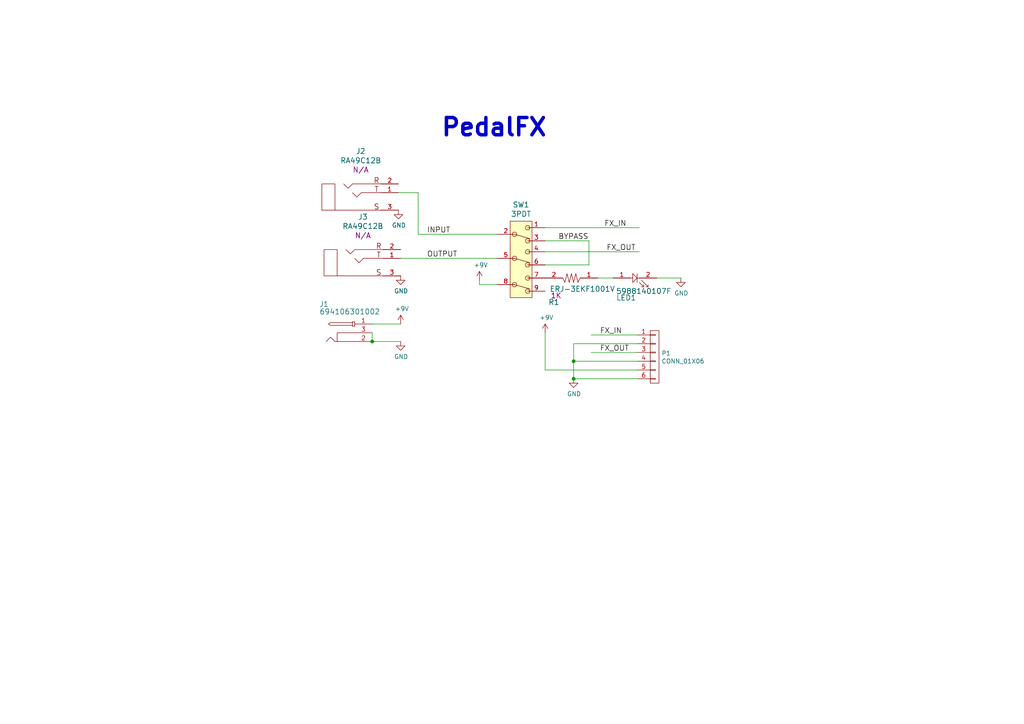
<source format=kicad_sch>
(kicad_sch (version 20230121) (generator eeschema)
  (paper "A4")
  (title_block (title "PedalFX") (date "2016-10-11") (rev "0.1a") (company "GhostPCB") (comment 1 "Designer: Adam Vadala-Roth") (comment 2 "Drawn By: Adam Vadala-Roth"))
  (lib_symbols
    (symbol "PedalFX-rescue:+9V" (power) (pin_names (offset 0))
      (property "Value" "+9V" (at 0 3.556 0))
      (symbol "+9V_0_1"
        (polyline (pts (xy -0.762 1.27) (xy 0 2.54)))
        (polyline (pts (xy 0 0) (xy 0 2.54)))
        (polyline (pts (xy 0 2.54) (xy 0.762 1.27)))
      )
      (symbol "+9V_1_1"
        (pin power_in line (at 0 0 90) (length 0) hide (name "+9V") (number "1"))
      )
    )
    (symbol "PedalFX-rescue:3PDT" (pin_names (offset 1.016))
      (property "Reference" "SW" (at -1.27 5.08 0))
      (property "Value" "3PDT" (at -0.635 -19.685 0))
      (symbol "3PDT_0_1"
        (rectangle (start -3.175 3.81) (end 3.175 -18.415) (fill (type background)))
        (circle (center -1.905 -14.605) (radius 0.635))
        (circle (center -1.905 -6.985) (radius 0.635))
        (circle (center -1.905 0) (radius 0.635))
        (polyline (pts (xy -1.905 -14.605) (xy 2.54 -15.875)))
        (polyline (pts (xy -1.905 -6.985) (xy 2.54 -8.255)))
        (polyline (pts (xy -1.905 0) (xy 2.54 -1.27)))
        (circle (center 1.905 -16.51) (radius 0.635))
        (circle (center 1.905 -12.7) (radius 0.635))
        (circle (center 1.905 -8.89) (radius 0.635))
        (circle (center 1.905 -5.08) (radius 0.635))
        (circle (center 1.905 -1.905) (radius 0.635))
        (circle (center 1.905 1.905) (radius 0.635))
      )
      (symbol "3PDT_1_1"
        (pin input line (at 6.985 1.905 180) (length 5.08) (name "~") (number "1"))
        (pin input line (at -6.985 0 0) (length 5.08) (name "~") (number "2"))
        (pin input line (at 6.985 -1.905 180) (length 5.08) (name "~") (number "3"))
        (pin input line (at 6.985 -5.08 180) (length 5.08) (name "~") (number "4"))
        (pin input line (at -6.985 -6.985 0) (length 5.08) (name "~") (number "5"))
        (pin input line (at 6.985 -8.89 180) (length 5.08) (name "~") (number "6"))
        (pin input line (at 6.985 -12.7 180) (length 5.08) (name "~") (number "7"))
        (pin input line (at -6.985 -14.605 0) (length 5.08) (name "~") (number "8"))
        (pin input line (at 6.985 -16.51 180) (length 5.08) (name "~") (number "9"))
      )
    )
    (symbol "PedalFX-rescue:5988140107F" (pin_names (offset 1.016))
      (property "Reference" "LED" (at -6.985 2.54 0))
      (property "Value" "5988140107F" (at 0 -3.81 0))
      (symbol "5988140107F_0_1"
        (polyline (pts (xy -0.635 0) (xy -1.27 0)))
        (polyline (pts (xy 0.635 1.27) (xy 0.635 -1.27)))
        (polyline (pts (xy 1.27 0) (xy 0.635 0)))
        (polyline (pts (xy 1.905 -0.635) (xy 3.81 -2.54)))
        (polyline (pts (xy 3.81 -2.54) (xy 3.175 -2.54)))
        (polyline (pts (xy 3.81 -2.54) (xy 3.81 -1.905)))
        (polyline (pts (xy -0.635 1.27) (xy -0.635 -1.27) (xy 0.635 0) (xy -0.635 1.27)))
        (polyline (pts (xy 1.27 -1.27) (xy 2.54 -2.54) (xy 2.54 -1.905) (xy 2.54 -2.54) (xy 1.905 -2.54)))
      )
      (symbol "5988140107F_1_1"
        (pin passive line (at -6.35 0 0) (length 5.08) (name "~") (number "1"))
        (pin input line (at 6.35 0 180) (length 5.08) (name "~") (number "2"))
      )
    )
    (symbol "PedalFX-rescue:694106301002" (pin_names (offset 1.016))
      (property "Reference" "J" (at -7.62 8.89 0))
      (property "Value" "694106301002" (at 5.08 8.89 0))
      (property "Component-Value" "N/A" (at 16.51 8.89 0))
      (symbol "694106301002_0_1"
        (polyline (pts (xy -0.635 1.905) (xy -0.635 3.175)))
        (polyline (pts (xy -0.635 2.159) (xy -7.112 2.159)))
        (polyline (pts (xy -0.635 2.921) (xy -7.112 2.921)))
        (polyline (pts (xy -0.635 3.175) (xy 0 3.175)))
        (polyline (pts (xy 0 1.905) (xy -0.635 1.905)))
        (polyline (pts (xy 0 2.54) (xy 0 1.905)))
        (polyline (pts (xy 0 2.54) (xy 0 3.175)))
        (polyline (pts (xy -7.112 2.921) (xy -7.62 2.54) (xy -7.112 2.159)))
        (polyline (pts (xy 0 0) (xy -5.08 0) (xy -5.08 -2.54)))
        (polyline (pts (xy 0 -2.54) (xy -5.715 -2.54) (xy -6.985 -1.27) (xy -8.255 -2.54)))
      )
      (symbol "694106301002_1_1"
        (pin input line (at 5.08 2.54 180) (length 5.08) (name "~") (number "1"))
        (pin input line (at 5.08 -2.54 180) (length 5.08) (name "~") (number "2"))
        (pin input line (at 5.08 0 180) (length 5.08) (name "~") (number "3"))
      )
    )
    (symbol "PedalFX-rescue:CONN_01X06" (pin_names (offset 1.016) hide)
      (property "Reference" "P" (at 0 8.89 0))
      (property "Value" "CONN_01X06" (at 2.54 0 90))
      (symbol "CONN_01X06_0_1"
        (rectangle (start -1.27 -6.223) (end 0.254 -6.477))
        (rectangle (start -1.27 -3.683) (end 0.254 -3.937))
        (rectangle (start -1.27 -1.143) (end 0.254 -1.397))
        (rectangle (start -1.27 1.397) (end 0.254 1.143))
        (rectangle (start -1.27 3.937) (end 0.254 3.683))
        (rectangle (start -1.27 6.477) (end 0.254 6.223))
        (rectangle (start -1.27 7.62) (end 1.27 -7.62))
      )
      (symbol "CONN_01X06_1_1"
        (pin passive line (at -5.08 6.35 0) (length 3.81) (name "P1") (number "1"))
        (pin passive line (at -5.08 3.81 0) (length 3.81) (name "P2") (number "2"))
        (pin passive line (at -5.08 1.27 0) (length 3.81) (name "P3") (number "3"))
        (pin passive line (at -5.08 -1.27 0) (length 3.81) (name "P4") (number "4"))
        (pin passive line (at -5.08 -3.81 0) (length 3.81) (name "P5") (number "5"))
        (pin passive line (at -5.08 -6.35 0) (length 3.81) (name "P6") (number "6"))
      )
    )
    (symbol "PedalFX-rescue:ERJ-3EKF1001V" (pin_names (offset 1.016))
      (property "Reference" "R" (at -7.62 8.89 0))
      (property "Value" "ERJ-3EKF1001V" (at 0 -3.81 0))
      (property "Component-Value" "1K" (at -6.985 -6.35 0))
      (symbol "ERJ-3EKF1001V_0_1"
        (polyline (pts (xy -2.54 0) (xy -1.905 1.27) (xy -1.27 -1.27) (xy -0.635 1.27) (xy 0 -1.27) (xy 0.635 1.27) (xy 1.27 -1.27) (xy 1.905 1.27) (xy 2.54 0)))
      )
      (symbol "ERJ-3EKF1001V_1_1"
        (pin input line (at -7.62 0 0) (length 5.08) (name "~") (number "1"))
        (pin input line (at 7.62 0 180) (length 5.08) (name "~") (number "2"))
      )
    )
    (symbol "PedalFX-rescue:GND" (power) (pin_names (offset 0))
      (property "Value" "GND" (at 0 -3.81 0))
      (symbol "GND_0_1"
        (polyline (pts (xy 0 0) (xy 0 -1.27) (xy 1.27 -1.27) (xy 0 -2.54) (xy -1.27 -1.27) (xy 0 -1.27)))
      )
      (symbol "GND_1_1"
        (pin power_in line (at 0 0 270) (length 0) hide (name "GND") (number "1"))
      )
    )
    (symbol "PedalFX-rescue:RA49C12B" (pin_names (offset 1.016))
      (property "Reference" "J" (at -7.62 8.89 0))
      (property "Value" "RA49C12B" (at 5.08 8.89 0))
      (property "Component-Value" "N/A" (at 16.51 8.89 0))
      (symbol "RA49C12B_0_0"
        (text "R" (at 0 3.556 0) (effects (font (size 1.524 1.524))))
        (text "S" (at 0 -4.064 0) (effects (font (size 1.524 1.524))))
        (text "T" (at 0 1.016 0) (effects (font (size 1.524 1.524))))
      )
      (symbol "RA49C12B_0_1"
        (polyline (pts (xy 1.27 0) (xy -4.445 0)))
        (polyline (pts (xy -4.445 0) (xy -5.715 -1.27) (xy -6.985 0)))
        (polyline (pts (xy 1.27 2.54) (xy -6.985 2.54) (xy -8.255 1.27) (xy -9.525 2.54)))
        (polyline (pts (xy 1.27 -5.08) (xy -12.065 -5.08) (xy -12.065 2.54) (xy -15.875 2.54) (xy -15.875 -5.08) (xy -12.065 -5.08)))
      )
      (symbol "RA49C12B_1_1"
        (pin input line (at 6.35 0 180) (length 5.08) (name "~") (number "1"))
        (pin input line (at 6.35 2.54 180) (length 5.08) (name "~") (number "2"))
        (pin input line (at 6.35 -5.08 180) (length 5.08) (name "~") (number "3"))
      )
    )
  )
  (junction (at 166.37 109.855))
  (junction (at 107.95 99.06))
  (junction (at 166.37 104.775))
  (wire (pts (xy 166.37 99.695) (xy 166.37 104.775)))
  (wire (pts (xy 158.115 66.04) (xy 185.42 66.04)))
  (wire (pts (xy 166.37 104.775) (xy 166.37 109.855)))
  (wire (pts (xy 184.785 97.155) (xy 171.45 97.155)))
  (wire (pts (xy 158.115 107.315) (xy 184.785 107.315)))
  (wire (pts (xy 139.065 82.55) (xy 139.065 81.28)))
  (wire (pts (xy 173.355 80.645) (xy 177.8 80.645)))
  (wire (pts (xy 121.285 67.945) (xy 121.285 55.88)))
  (wire (pts (xy 107.95 99.06) (xy 116.205 99.06)))
  (wire (pts (xy 158.115 73.025) (xy 185.42 73.025)))
  (wire (pts (xy 107.95 96.52) (xy 107.95 99.06)))
  (wire (pts (xy 184.785 102.235) (xy 171.45 102.235)))
  (wire (pts (xy 121.285 55.88) (xy 115.57 55.88)))
  (wire (pts (xy 144.145 67.945) (xy 121.285 67.945)))
  (wire (pts (xy 166.37 99.695) (xy 184.785 99.695)))
  (wire (pts (xy 144.145 74.93) (xy 116.205 74.93)))
  (wire (pts (xy 166.37 109.855) (xy 184.785 109.855)))
  (wire (pts (xy 184.785 104.775) (xy 166.37 104.775)))
  (wire (pts (xy 107.95 93.98) (xy 116.205 93.98)))
  (wire (pts (xy 158.115 107.315) (xy 158.115 96.52)))
  (wire (pts (xy 170.815 76.835) (xy 158.115 76.835)))
  (wire (pts (xy 144.145 82.55) (xy 139.065 82.55)))
  (wire (pts (xy 190.5 80.645) (xy 197.485 80.645)))
  (wire (pts (xy 158.115 69.85) (xy 170.815 69.85)))
  (wire (pts (xy 170.815 69.85) (xy 170.815 76.835)))
  (text "PedalFX" (at 127.635 40.005 0) (effects (font (size 5.0038 5.0038) (thickness 1.0008) bold) (justify left bottom)))
  (label "OUTPUT" (at 123.825 74.93 0) (effects (font (size 1.524 1.524))))
  (label "FX_OUT" (at 173.99 102.235 0) (effects (font (size 1.524 1.524))))
  (label "INPUT" (at 123.825 67.945 0) (effects (font (size 1.524 1.524))))
  (label "FX_IN" (at 173.99 97.155 0) (effects (font (size 1.524 1.524))))
  (label "BYPASS" (at 161.925 69.85 0) (effects (font (size 1.524 1.524))))
  (label "FX_IN" (at 175.26 66.04 0) (effects (font (size 1.524 1.524))))
  (label "FX_OUT" (at 175.895 73.025 0) (effects (font (size 1.524 1.524))))
  (symbol (lib_id "PedalFX-rescue:694106301002") (at 102.87 96.52 0) (unit 1)
    (property "Reference" "J1" (at 93.98 88.265 0) (effects (font (size 1.524 1.524))))
    (property "Value" "694106301002" (at 101.4476 90.3986 0) (effects (font (size 1.524 1.524))))
    (property "Footprint" "AudioLibFootprints:694106301002" (effects hide))
    (property "Datasheet" "http://katalog.we-online.de/em/datasheet/6941xx301002.pdf" (effects hide))
    (property "Cost" "0.55100 @ 1000" (effects hide))
    (property "Date Created" "11 Oct 2016" (effects hide))
    (property "Date Modified" "11 Oct 2016" (effects hide))
    (property "Designer" "Adam Vadala-Roth" (effects hide))
    (property "Height" "10.7mm" (effects hide))
    (property "RHoS?" "Yes" (effects hide))
    (property "MFR" "Wurth Electronics Inc" (effects hide))
    (property "MFR#" "694106301002" (effects hide))
    (property "Mounting" "SMT/SMD" (effects hide))
    (property "Pin Count#" "2" (effects hide))
    (property "Status" "Active" (effects hide))
    (property "Tolerance" "1%" (effects hide))
    (property "Type" "2.1mm 5.5mm Barrel Jack" (effects hide))
    (property "Voltage" "N/A" (effects hide))
    (property "Wattage" "N/A" (effects hide))
    (property "Component-Value" "N/A" (effects hide))
    (property "Description" "Power Barrel Connector Jack 2.10mm ID (0.083\"), 5.50mm OD (0.217\") Through Hole, Right Angle" (effects hide))
  )
  (symbol (lib_id "PedalFX-rescue:GND") (at 166.37 109.855 0) (unit 1)
    (property "Reference" "#PWR6" (effects hide))
    (property "Value" "GND" (at 166.497 114.2492 0))
  )
  (symbol (lib_id "PedalFX-rescue:+9V") (at 116.205 93.98 0) (unit 1)
    (property "Reference" "#PWR3" (effects hide))
    (property "Value" "+9V" (at 116.586 89.5858 0))
  )
  (symbol (lib_id "PedalFX-rescue:3PDT") (at 151.13 67.945 0) (unit 1)
    (property "Reference" "SW1" (at 151.13 59.3852 0) (effects (font (size 1.524 1.524))))
    (property "Value" "3PDT" (at 151.13 62.0776 0) (effects (font (size 1.524 1.524))))
    (property "Footprint" "AudioLibFootprints:Switches_Stomp_Switch_3PDT" (effects hide))
  )
  (symbol (lib_id "PedalFX-rescue:GND") (at 115.57 60.96 0) (unit 1)
    (property "Reference" "#PWR1" (effects hide))
    (property "Value" "GND" (at 115.697 65.3542 0))
  )
  (symbol (lib_id "PedalFX-rescue:GND") (at 116.205 80.01 0) (unit 1)
    (property "Reference" "#PWR2" (effects hide))
    (property "Value" "GND" (at 116.332 84.4042 0))
  )
  (symbol (lib_id "PedalFX-rescue:5988140107F") (at 184.15 80.645 0) (unit 1)
    (property "Reference" "LED1" (at 181.61 86.36 0) (effects (font (size 1.524 1.524))))
    (property "Value" "5988140107F" (at 186.69 84.455 0) (effects (font (size 1.524 1.524))))
    (property "Footprint" "OnHand-Components:LED0805Y" (effects hide))
    (property "Datasheet" "http://www.dialight.com/Assets/Brochures_And_Catalogs/Indication/SMT_selector_guide.pdf" (effects hide))
    (property "Cost" "0.06666 @ 4000" (effects hide))
    (property "Date Created" "13 Sept 2016" (effects hide))
    (property "Date Modified" "13 Sept 2016" (effects hide))
    (property "Designer" "Adam Vadala-Roth" (effects hide))
    (property "Height" "0.7mm" (effects hide))
    (property "RhoS?" "Yes" (effects hide))
    (property "MFR" "Dialight" (effects hide))
    (property "MFR#" "5988140107F" (effects hide))
    (property "Mounting" "SMT/SMD" (effects hide))
    (property "Pin Count#" "2" (effects hide))
    (property "Status" "Active" (effects hide))
    (property "Tolerance" "N/A" (effects hide))
    (property "Type" "0805 LED Yellow" (effects hide))
    (property "Voltage" "N/A" (effects hide))
    (property "Wattage" "N/A" (effects hide))
    (property "Component-Value" "N/A" (effects hide))
    (property "Description" "Yellow 593nm LED Indication - Discrete 2V 0805 (2012 Metric)" (effects hide))
  )
  (symbol (lib_id "PedalFX-rescue:ERJ-3EKF1001V") (at 165.735 80.645 180) (unit 1)
    (property "Reference" "R1" (at 160.655 87.63 0) (effects (font (size 1.524 1.524))))
    (property "Value" "ERJ-3EKF1001V" (at 168.91 83.82 0) (effects (font (size 1.524 1.524))))
    (property "Footprint" "OnHand-Components:R0603" (effects hide))
    (property "Datasheet" "http://industrial.panasonic.com/www-cgi/jvcr13pz.cgi?E+PZ+3+AOA0002+ERJ3EKF1001V+7+WW" (effects hide))
    (property "Cost" "0.00247 @ 5000" (effects hide))
    (property "Date Created" "13 Sept 2016" (effects hide))
    (property "Date Modified" "13 Sept 2016" (effects hide))
    (property "Designer" "Adam Vadala-Roth" (effects hide))
    (property "Height" "0.4mm" (effects hide))
    (property "RHoS?" "Yes" (effects hide))
    (property "MFR" "Panasonic Electronic Components" (effects hide))
    (property "MFR#" "ERJ-3EKF1001V" (effects hide))
    (property "Mounting" "SMT/SMD" (effects hide))
    (property "Pin Count#" "2" (effects hide))
    (property "Status" "Active" (effects hide))
    (property "Tolerance" "1%" (effects hide))
    (property "Type" "0603 Resistor" (effects hide))
    (property "Voltage" "N/A" (effects hide))
    (property "Wattage" "1/10" (effects hide))
    (property "Component-Value" "1K" (at 161.29 85.725 0) (effects (font (size 1.524 1.524))))
    (property "Description" "RES SMD 1K OHM 1% 1/10W 0603" (effects hide))
  )
  (symbol (lib_id "PedalFX-rescue:GND") (at 116.205 99.06 0) (unit 1)
    (property "Reference" "#PWR4" (effects hide))
    (property "Value" "GND" (at 116.332 103.4542 0))
  )
  (symbol (lib_id "PedalFX-rescue:+9V") (at 139.065 81.28 0) (unit 1)
    (property "Reference" "#PWR5" (effects hide))
    (property "Value" "+9V" (at 139.446 76.8858 0))
  )
  (symbol (lib_id "PedalFX-rescue:GND") (at 197.485 80.645 0) (unit 1)
    (property "Reference" "#PWR7" (effects hide))
    (property "Value" "GND" (at 197.612 85.0392 0))
  )
  (symbol (lib_id "PedalFX-rescue:CONN_01X06") (at 189.865 103.505 0) (unit 1)
    (property "Reference" "P1" (at 191.8462 102.4636 0) (effects (justify left)))
    (property "Value" "CONN_01X06" (at 191.8462 104.775 0) (effects (justify left)))
    (property "Footprint" "Pin_Headers:Pin_Header_Straight_1x06" (effects hide))
  )
  (symbol (lib_id "PedalFX-rescue:RA49C12B") (at 109.22 55.88 0) (unit 1)
    (property "Reference" "J2" (at 104.6226 43.8658 0) (effects (font (size 1.524 1.524))))
    (property "Value" "RA49C12B" (at 104.6226 46.5582 0) (effects (font (size 1.524 1.524))))
    (property "Footprint" "AudioLibFootprints:RA49C12B" (effects hide))
    (property "Datasheet" "http://www.switchcraft.com/Drawings/ra49c_Series_cd.pdf" (effects hide))
    (property "Cost" "1.93750 @ 500" (effects hide))
    (property "Date Created" "11 Oct 2016" (effects hide))
    (property "Date Modified" "11 Oct 2016" (effects hide))
    (property "Designer" "Adam Vadala-Roth" (effects hide))
    (property "Height" "18.85mm" (effects hide))
    (property "RHoS?" "Yes" (effects hide))
    (property "MFR" "Switchcraft Inc." (effects hide))
    (property "MFR#" "RA49C12B" (effects hide))
    (property "Mounting" "SMT/SMD" (effects hide))
    (property "Pin Count#" "3" (effects hide))
    (property "Status" "Active" (effects hide))
    (property "Tolerance" "N/A" (effects hide))
    (property "Type" "1/4\" TRS Jack" (effects hide))
    (property "Voltage" "N/A" (effects hide))
    (property "Wattage" "N/A" (effects hide))
    (property "Component-Value" "N/A" (at 104.6226 49.2506 0) (effects (font (size 1.524 1.524))))
    (property "Description" "6.35mm (0.250\", 1/4\") - Headphone Phone Jack Stereo Connector Solder" (effects hide))
  )
  (symbol (lib_id "PedalFX-rescue:RA49C12B") (at 109.855 74.93 0) (unit 1)
    (property "Reference" "J3" (at 105.2576 62.9158 0) (effects (font (size 1.524 1.524))))
    (property "Value" "RA49C12B" (at 105.2576 65.6082 0) (effects (font (size 1.524 1.524))))
    (property "Footprint" "AudioLibFootprints:RA49C12B" (effects hide))
    (property "Datasheet" "http://www.switchcraft.com/Drawings/ra49c_Series_cd.pdf" (effects hide))
    (property "Cost" "1.93750 @ 500" (effects hide))
    (property "Date Created" "11 Oct 2016" (effects hide))
    (property "Date Modified" "11 Oct 2016" (effects hide))
    (property "Designer" "Adam Vadala-Roth" (effects hide))
    (property "Height" "18.85mm" (effects hide))
    (property "RHoS?" "Yes" (effects hide))
    (property "MFR" "Switchcraft Inc." (effects hide))
    (property "MFR#" "RA49C12B" (effects hide))
    (property "Mounting" "SMT/SMD" (effects hide))
    (property "Pin Count#" "3" (effects hide))
    (property "Status" "Active" (effects hide))
    (property "Tolerance" "N/A" (effects hide))
    (property "Type" "1/4\" TRS Jack" (effects hide))
    (property "Voltage" "N/A" (effects hide))
    (property "Wattage" "N/A" (effects hide))
    (property "Component-Value" "N/A" (at 105.2576 68.3006 0) (effects (font (size 1.524 1.524))))
    (property "Description" "6.35mm (0.250\", 1/4\") - Headphone Phone Jack Stereo Connector Solder" (effects hide))
  )
  (symbol (lib_id "PedalFX-rescue:+9V") (at 158.115 96.52 0) (unit 1)
    (property "Reference" "#PWR?" (effects hide))
    (property "Value" "+9V" (at 158.496 92.1258 0))
  )
)
</source>
